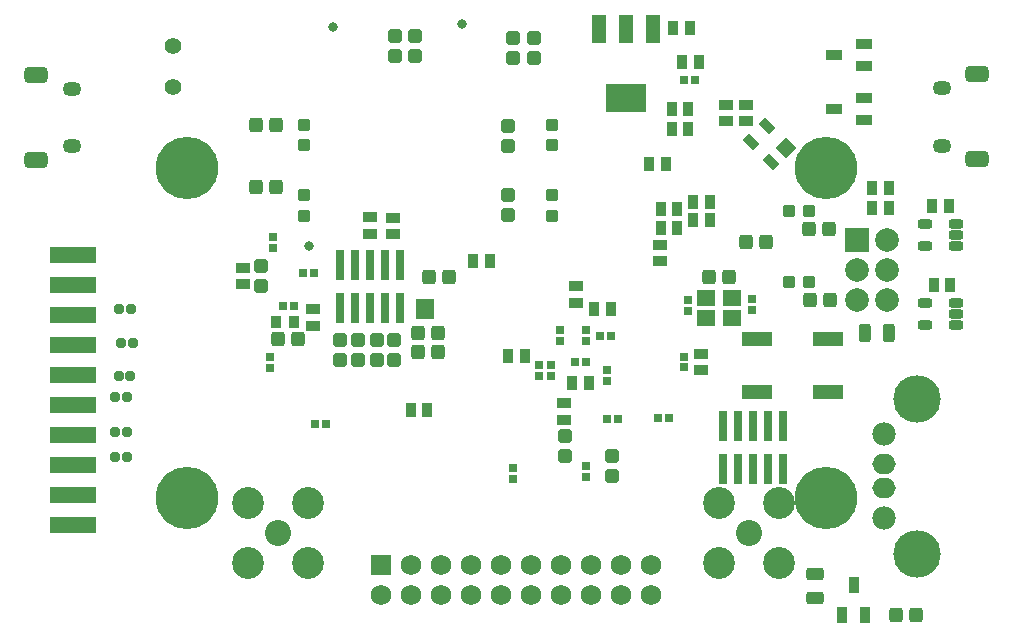
<source format=gbs>
G04*
G04 #@! TF.GenerationSoftware,Altium Limited,Altium Designer,19.1.7 (138)*
G04*
G04 Layer_Color=16711935*
%FSLAX25Y25*%
%MOIN*%
G70*
G01*
G75*
G04:AMPARAMS|DCode=50|XSize=31.62mil|YSize=31.62mil|CornerRadius=6.36mil|HoleSize=0mil|Usage=FLASHONLY|Rotation=270.000|XOffset=0mil|YOffset=0mil|HoleType=Round|Shape=RoundedRectangle|*
%AMROUNDEDRECTD50*
21,1,0.03162,0.01890,0,0,270.0*
21,1,0.01890,0.03162,0,0,270.0*
1,1,0.01272,-0.00945,-0.00945*
1,1,0.01272,-0.00945,0.00945*
1,1,0.01272,0.00945,0.00945*
1,1,0.01272,0.00945,-0.00945*
%
%ADD50ROUNDEDRECTD50*%
%ADD53R,0.02992X0.02992*%
%ADD54R,0.06312X0.05524*%
G04:AMPARAMS|DCode=55|XSize=47.37mil|YSize=43.43mil|CornerRadius=8.43mil|HoleSize=0mil|Usage=FLASHONLY|Rotation=0.000|XOffset=0mil|YOffset=0mil|HoleType=Round|Shape=RoundedRectangle|*
%AMROUNDEDRECTD55*
21,1,0.04737,0.02657,0,0,0.0*
21,1,0.03051,0.04343,0,0,0.0*
1,1,0.01686,0.01526,-0.01329*
1,1,0.01686,-0.01526,-0.01329*
1,1,0.01686,-0.01526,0.01329*
1,1,0.01686,0.01526,0.01329*
%
%ADD55ROUNDEDRECTD55*%
%ADD57R,0.02992X0.02992*%
%ADD58R,0.03753X0.04540*%
G04:AMPARAMS|DCode=59|XSize=47.37mil|YSize=43.43mil|CornerRadius=8.43mil|HoleSize=0mil|Usage=FLASHONLY|Rotation=270.000|XOffset=0mil|YOffset=0mil|HoleType=Round|Shape=RoundedRectangle|*
%AMROUNDEDRECTD59*
21,1,0.04737,0.02657,0,0,270.0*
21,1,0.03051,0.04343,0,0,270.0*
1,1,0.01686,-0.01329,-0.01526*
1,1,0.01686,-0.01329,0.01526*
1,1,0.01686,0.01329,0.01526*
1,1,0.01686,0.01329,-0.01526*
%
%ADD59ROUNDEDRECTD59*%
%ADD69R,0.04540X0.03753*%
%ADD70R,0.15800X0.05800*%
%ADD78C,0.05524*%
%ADD79C,0.08674*%
%ADD80C,0.10642*%
%ADD81R,0.06902X0.06902*%
%ADD82C,0.06902*%
G04:AMPARAMS|DCode=83|XSize=47.37mil|YSize=63.12mil|CornerRadius=23.68mil|HoleSize=0mil|Usage=FLASHONLY|Rotation=90.000|XOffset=0mil|YOffset=0mil|HoleType=Round|Shape=RoundedRectangle|*
%AMROUNDEDRECTD83*
21,1,0.04737,0.01575,0,0,90.0*
21,1,0.00000,0.06312,0,0,90.0*
1,1,0.04737,0.00787,0.00000*
1,1,0.04737,0.00787,0.00000*
1,1,0.04737,-0.00787,0.00000*
1,1,0.04737,-0.00787,0.00000*
%
%ADD83ROUNDEDRECTD83*%
G04:AMPARAMS|DCode=84|XSize=55.24mil|YSize=78.87mil|CornerRadius=15.81mil|HoleSize=0mil|Usage=FLASHONLY|Rotation=90.000|XOffset=0mil|YOffset=0mil|HoleType=Round|Shape=RoundedRectangle|*
%AMROUNDEDRECTD84*
21,1,0.05524,0.04724,0,0,90.0*
21,1,0.02362,0.07887,0,0,90.0*
1,1,0.03162,0.02362,0.01181*
1,1,0.03162,0.02362,-0.01181*
1,1,0.03162,-0.02362,-0.01181*
1,1,0.03162,-0.02362,0.01181*
%
%ADD84ROUNDEDRECTD84*%
%ADD85C,0.07887*%
%ADD86R,0.07887X0.07887*%
%ADD87C,0.15800*%
%ADD88C,0.07800*%
%ADD89O,0.07800X0.06800*%
%ADD90C,0.03200*%
%ADD91C,0.20800*%
%ADD130R,0.06299X0.07087*%
%ADD131R,0.09855X0.05131*%
%ADD132R,0.03162X0.10249*%
%ADD133R,0.03359X0.05524*%
G04:AMPARAMS|DCode=134|XSize=59.18mil|YSize=39.5mil|CornerRadius=7.94mil|HoleSize=0mil|Usage=FLASHONLY|Rotation=0.000|XOffset=0mil|YOffset=0mil|HoleType=Round|Shape=RoundedRectangle|*
%AMROUNDEDRECTD134*
21,1,0.05918,0.02362,0,0,0.0*
21,1,0.04331,0.03950,0,0,0.0*
1,1,0.01587,0.02165,-0.01181*
1,1,0.01587,-0.02165,-0.01181*
1,1,0.01587,-0.02165,0.01181*
1,1,0.01587,0.02165,0.01181*
%
%ADD134ROUNDEDRECTD134*%
%ADD135R,0.05800X0.03300*%
%ADD136R,0.03320X0.04422*%
G04:AMPARAMS|DCode=137|XSize=39.5mil|YSize=39.5mil|CornerRadius=7.94mil|HoleSize=0mil|Usage=FLASHONLY|Rotation=270.000|XOffset=0mil|YOffset=0mil|HoleType=Round|Shape=RoundedRectangle|*
%AMROUNDEDRECTD137*
21,1,0.03950,0.02362,0,0,270.0*
21,1,0.02362,0.03950,0,0,270.0*
1,1,0.01587,-0.01181,-0.01181*
1,1,0.01587,-0.01181,0.01181*
1,1,0.01587,0.01181,0.01181*
1,1,0.01587,0.01181,-0.01181*
%
%ADD137ROUNDEDRECTD137*%
%ADD138R,0.04737X0.09265*%
%ADD139R,0.13595X0.09265*%
%ADD140P,0.06699X4X90.0*%
G04:AMPARAMS|DCode=141|XSize=31.62mil|YSize=47.37mil|CornerRadius=0mil|HoleSize=0mil|Usage=FLASHONLY|Rotation=45.000|XOffset=0mil|YOffset=0mil|HoleType=Round|Shape=Rectangle|*
%AMROTATEDRECTD141*
4,1,4,0.00557,-0.02793,-0.02793,0.00557,-0.00557,0.02793,0.02793,-0.00557,0.00557,-0.02793,0.0*
%
%ADD141ROTATEDRECTD141*%

%ADD142R,0.05524X0.03359*%
G04:AMPARAMS|DCode=143|XSize=49.34mil|YSize=31.62mil|CornerRadius=9.91mil|HoleSize=0mil|Usage=FLASHONLY|Rotation=0.000|XOffset=0mil|YOffset=0mil|HoleType=Round|Shape=RoundedRectangle|*
%AMROUNDEDRECTD143*
21,1,0.04934,0.01181,0,0,0.0*
21,1,0.02953,0.03162,0,0,0.0*
1,1,0.01981,0.01476,-0.00591*
1,1,0.01981,-0.01476,-0.00591*
1,1,0.01981,-0.01476,0.00591*
1,1,0.01981,0.01476,0.00591*
%
%ADD143ROUNDEDRECTD143*%
G04:AMPARAMS|DCode=144|XSize=59.18mil|YSize=39.5mil|CornerRadius=7.94mil|HoleSize=0mil|Usage=FLASHONLY|Rotation=270.000|XOffset=0mil|YOffset=0mil|HoleType=Round|Shape=RoundedRectangle|*
%AMROUNDEDRECTD144*
21,1,0.05918,0.02362,0,0,270.0*
21,1,0.04331,0.03950,0,0,270.0*
1,1,0.01587,-0.01181,-0.02165*
1,1,0.01587,-0.01181,0.02165*
1,1,0.01587,0.01181,0.02165*
1,1,0.01587,0.01181,-0.02165*
%
%ADD144ROUNDEDRECTD144*%
G04:AMPARAMS|DCode=145|XSize=39.5mil|YSize=39.5mil|CornerRadius=7.94mil|HoleSize=0mil|Usage=FLASHONLY|Rotation=180.000|XOffset=0mil|YOffset=0mil|HoleType=Round|Shape=RoundedRectangle|*
%AMROUNDEDRECTD145*
21,1,0.03950,0.02362,0,0,180.0*
21,1,0.02362,0.03950,0,0,180.0*
1,1,0.01587,-0.01181,0.01181*
1,1,0.01587,0.01181,0.01181*
1,1,0.01587,0.01181,-0.01181*
1,1,0.01587,-0.01181,-0.01181*
%
%ADD145ROUNDEDRECTD145*%
D50*
X31936Y69864D02*
D03*
X35873D02*
D03*
X31971Y78119D02*
D03*
X35908D02*
D03*
X31831Y89800D02*
D03*
X35768D02*
D03*
X33099Y96665D02*
D03*
X37036D02*
D03*
X33863Y107743D02*
D03*
X37800D02*
D03*
X33250Y119102D02*
D03*
X37187D02*
D03*
D53*
X222934Y118259D02*
D03*
Y121881D02*
D03*
X244335Y122374D02*
D03*
Y118752D02*
D03*
X221400Y99567D02*
D03*
Y103189D02*
D03*
X173228Y96614D02*
D03*
Y100236D02*
D03*
X177165Y96614D02*
D03*
Y100236D02*
D03*
X188913Y108289D02*
D03*
Y111911D02*
D03*
X180118Y108289D02*
D03*
Y111911D02*
D03*
X195866Y95118D02*
D03*
Y98740D02*
D03*
X188913Y66772D02*
D03*
Y63150D02*
D03*
X164600Y65911D02*
D03*
Y62289D02*
D03*
X83661Y102905D02*
D03*
Y99283D02*
D03*
X84646Y139528D02*
D03*
Y143150D02*
D03*
D54*
X237515Y116153D02*
D03*
X228854D02*
D03*
Y122846D02*
D03*
X237515D02*
D03*
D55*
X197500Y63454D02*
D03*
Y70147D02*
D03*
X181800Y76647D02*
D03*
Y69954D02*
D03*
X80600Y133440D02*
D03*
Y126747D02*
D03*
X125000Y108661D02*
D03*
Y101969D02*
D03*
X119093Y108602D02*
D03*
Y101909D02*
D03*
X113031Y108602D02*
D03*
Y101909D02*
D03*
X106850Y108602D02*
D03*
Y101909D02*
D03*
X131890Y210039D02*
D03*
Y203346D02*
D03*
X125069Y203346D02*
D03*
Y210039D02*
D03*
X171383Y209408D02*
D03*
Y202715D02*
D03*
X164554Y202715D02*
D03*
Y209407D02*
D03*
X162874Y180147D02*
D03*
Y173453D02*
D03*
Y157071D02*
D03*
Y150378D02*
D03*
D57*
X225111Y195400D02*
D03*
X221489D02*
D03*
X185150Y101500D02*
D03*
X188772D02*
D03*
X197250Y110100D02*
D03*
X193628D02*
D03*
X212756Y82600D02*
D03*
X216378D02*
D03*
X196024Y82300D02*
D03*
X199646D02*
D03*
X98583Y80772D02*
D03*
X102205D02*
D03*
X87756Y120202D02*
D03*
X91378D02*
D03*
X94646Y130905D02*
D03*
X98268D02*
D03*
D58*
X156756Y135000D02*
D03*
X151244D02*
D03*
X135956Y85500D02*
D03*
X130444D02*
D03*
X226400Y201300D02*
D03*
X220888D02*
D03*
X223456Y212800D02*
D03*
X217944D02*
D03*
X197106Y118961D02*
D03*
X191595D02*
D03*
X189764Y94488D02*
D03*
X184252D02*
D03*
X168386Y103315D02*
D03*
X162874D02*
D03*
X213844Y146200D02*
D03*
X219356D02*
D03*
X213844Y152300D02*
D03*
X219356D02*
D03*
X224544Y154700D02*
D03*
X230056D02*
D03*
X224606Y148622D02*
D03*
X230118D02*
D03*
X215455Y167323D02*
D03*
X209943D02*
D03*
X222975Y179134D02*
D03*
X217463D02*
D03*
X222975Y185866D02*
D03*
X217463D02*
D03*
X284370Y159449D02*
D03*
X289882D02*
D03*
X284370Y152756D02*
D03*
X289882D02*
D03*
X304331Y153500D02*
D03*
X309842D02*
D03*
X304724Y126969D02*
D03*
X310236D02*
D03*
D59*
X248778Y141437D02*
D03*
X242085D02*
D03*
X143110Y129724D02*
D03*
X136417D02*
D03*
X292154Y17000D02*
D03*
X298847D02*
D03*
X229854Y129605D02*
D03*
X236546D02*
D03*
X132972Y104724D02*
D03*
X139665D02*
D03*
X132972Y110958D02*
D03*
X139665D02*
D03*
X92914Y108919D02*
D03*
X86221D02*
D03*
X85711Y180412D02*
D03*
X79018D02*
D03*
X85711Y159842D02*
D03*
X79018D02*
D03*
X270079Y122047D02*
D03*
X263386D02*
D03*
X269949Y145669D02*
D03*
X263256D02*
D03*
D69*
X117028Y149606D02*
D03*
Y144095D02*
D03*
X124679Y149409D02*
D03*
Y143898D02*
D03*
X74442Y132850D02*
D03*
Y127338D02*
D03*
X227214Y98622D02*
D03*
Y104134D02*
D03*
X185630Y126633D02*
D03*
Y121121D02*
D03*
X181693Y87691D02*
D03*
Y82180D02*
D03*
X97742Y118898D02*
D03*
Y113386D02*
D03*
X213600Y140456D02*
D03*
Y134944D02*
D03*
X235700Y187100D02*
D03*
Y181588D02*
D03*
X242200Y187100D02*
D03*
Y181588D02*
D03*
D70*
X17717Y47047D02*
D03*
Y57047D02*
D03*
Y67047D02*
D03*
Y77047D02*
D03*
Y87047D02*
D03*
Y97047D02*
D03*
Y107047D02*
D03*
Y117047D02*
D03*
Y127047D02*
D03*
Y137047D02*
D03*
D78*
X51181Y206693D02*
D03*
Y192913D02*
D03*
D79*
X86142Y44291D02*
D03*
X243110D02*
D03*
D80*
X96142Y54291D02*
D03*
X76142D02*
D03*
Y34291D02*
D03*
X96142D02*
D03*
X253110Y54291D02*
D03*
X233110D02*
D03*
Y34291D02*
D03*
X253110D02*
D03*
D81*
X120630Y33622D02*
D03*
D82*
Y23622D02*
D03*
X130630Y33622D02*
D03*
X140630D02*
D03*
X150630D02*
D03*
X160630D02*
D03*
X170630D02*
D03*
X180630D02*
D03*
X190630D02*
D03*
X200630D02*
D03*
X210630D02*
D03*
X130630Y23622D02*
D03*
X140630D02*
D03*
X150630D02*
D03*
X160630D02*
D03*
X170630D02*
D03*
X180630D02*
D03*
X190630D02*
D03*
X200630D02*
D03*
X210630D02*
D03*
D83*
X307480Y192618D02*
D03*
Y173524D02*
D03*
X17520Y192323D02*
D03*
Y173228D02*
D03*
D84*
X319291Y197244D02*
D03*
Y168898D02*
D03*
X5709Y196949D02*
D03*
Y168602D02*
D03*
D85*
X289370Y122047D02*
D03*
X279370D02*
D03*
X289370Y132047D02*
D03*
X279370D02*
D03*
X289370Y142047D02*
D03*
D86*
X279370D02*
D03*
D87*
X299213Y37402D02*
D03*
Y89102D02*
D03*
D88*
X288213Y77252D02*
D03*
Y49252D02*
D03*
D89*
Y67252D02*
D03*
Y59252D02*
D03*
D90*
X96400Y139900D02*
D03*
X147700Y214000D02*
D03*
X104467Y213184D02*
D03*
D91*
X269000Y56000D02*
D03*
Y166000D02*
D03*
X56000D02*
D03*
Y56000D02*
D03*
D130*
X135200Y119000D02*
D03*
D131*
X245889Y109177D02*
D03*
X269511D02*
D03*
Y91461D02*
D03*
X245889D02*
D03*
D132*
X106968Y133696D02*
D03*
Y119523D02*
D03*
X111969Y133696D02*
D03*
Y119523D02*
D03*
X116969Y133696D02*
D03*
Y119523D02*
D03*
X121968Y133696D02*
D03*
Y119523D02*
D03*
X126969Y133696D02*
D03*
Y119523D02*
D03*
X234400Y79945D02*
D03*
Y65772D02*
D03*
X239400Y79945D02*
D03*
Y65772D02*
D03*
X244400Y79945D02*
D03*
Y65772D02*
D03*
X249400Y79945D02*
D03*
Y65772D02*
D03*
X254400Y79945D02*
D03*
Y65772D02*
D03*
D133*
X281823Y16877D02*
D03*
X274343D02*
D03*
X278083Y27113D02*
D03*
D134*
X265136Y30590D02*
D03*
Y22716D02*
D03*
D135*
X135200Y117378D02*
D03*
Y120622D02*
D03*
D136*
X85709Y114864D02*
D03*
X91457D02*
D03*
D137*
X95000Y150197D02*
D03*
Y156890D02*
D03*
Y180512D02*
D03*
Y173819D02*
D03*
X177421Y180512D02*
D03*
Y173819D02*
D03*
Y156890D02*
D03*
Y150197D02*
D03*
D138*
X193217Y212521D02*
D03*
X202272D02*
D03*
X211328D02*
D03*
D139*
X202272Y189489D02*
D03*
D140*
X255414Y172651D02*
D03*
D141*
X250681Y167919D02*
D03*
X244000Y174600D02*
D03*
X249289Y179889D02*
D03*
D142*
X281693Y189370D02*
D03*
Y181890D02*
D03*
X271457Y185630D02*
D03*
X281693Y207480D02*
D03*
Y200000D02*
D03*
X271457Y203740D02*
D03*
D143*
X312377Y147441D02*
D03*
Y143701D02*
D03*
Y139961D02*
D03*
X301747D02*
D03*
Y147441D02*
D03*
X312377Y121140D02*
D03*
Y117400D02*
D03*
Y113660D02*
D03*
X301747D02*
D03*
Y121140D02*
D03*
D144*
X289862Y110870D02*
D03*
X281988D02*
D03*
D145*
X256496Y127969D02*
D03*
X263189D02*
D03*
X256496Y151591D02*
D03*
X263189D02*
D03*
M02*

</source>
